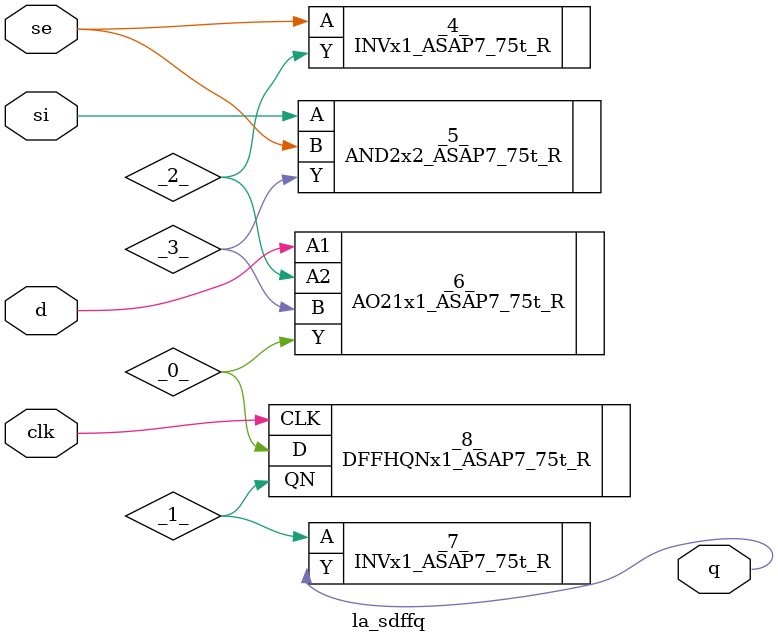
<source format=v>

/* Generated by Yosys 0.44 (git sha1 80ba43d26, g++ 11.4.0-1ubuntu1~22.04 -fPIC -O3) */

(* top =  1  *)
(* src = "generated" *)
module la_sdffq (
    d,
    si,
    se,
    clk,
    q
);
  (* src = "generated" *)
  wire _0_;
  wire _1_;
  wire _2_;
  wire _3_;
  (* src = "generated" *)
  input clk;
  wire clk;
  (* src = "generated" *)
  input d;
  wire d;
  (* src = "generated" *)
  output q;
  wire q;
  (* src = "generated" *)
  input se;
  wire se;
  (* src = "generated" *)
  input si;
  wire si;
  INVx1_ASAP7_75t_R _4_ (
      .A(se),
      .Y(_2_)
  );
  AND2x2_ASAP7_75t_R _5_ (
      .A(si),
      .B(se),
      .Y(_3_)
  );
  AO21x1_ASAP7_75t_R _6_ (
      .A1(d),
      .A2(_2_),
      .B (_3_),
      .Y (_0_)
  );
  INVx1_ASAP7_75t_R _7_ (
      .A(_1_),
      .Y(q)
  );
  (* src = "generated" *)
  DFFHQNx1_ASAP7_75t_R _8_ (
      .CLK(clk),
      .D  (_0_),
      .QN (_1_)
  );
endmodule

</source>
